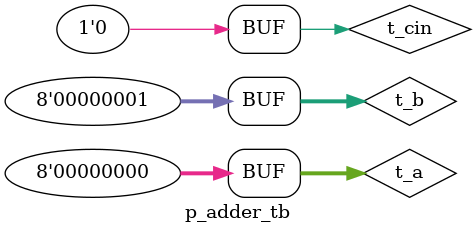
<source format=v>
module p_adder_tb;
reg t_cin;
reg [7:0] t_a,t_b;
wire [7:0] t_s;
initial begin $dumpfile("dump.vcd"); $dumpvars(0, p_adder_tb); end
bit8_prefix_adder b8pa (.a(t_a), .b(t_b), .cin(t_cin), .sum(t_s));
initial
begin
	t_a [7:0] = 8'b00001010;
	t_b [7:0] = 8'b00010100;
	t_cin = 1'b0;
	#5
	t_a [7:0] = 8'b00010100;
	t_b [7:0] = 8'b00011110;
	t_cin = 1'b0;
	#5
	t_a [7:0] = 8'b01101000;
	t_b [7:0] = 8'b00101011;
	t_cin = 1'b0;
	#5
	t_a [7:0] = 8'b00101100;
	t_b [7:0] = 8'b01000011;
	t_cin = 1'b0;
	#5
	t_a [7:0] = 8'b0110110;
	t_b [7:0] = 8'b0001110;
	t_cin = 1'b0;
	#5
	t_a [7:0] = 8'b0011010;
	t_b [7:0] = 8'b1001000;
	t_cin = 1'b0;
	#5
	t_a [7:0] = 8'b00000000;
	t_b [7:0] = 8'b00000001;
	t_cin = 1'b0;
end
endmodule

</source>
